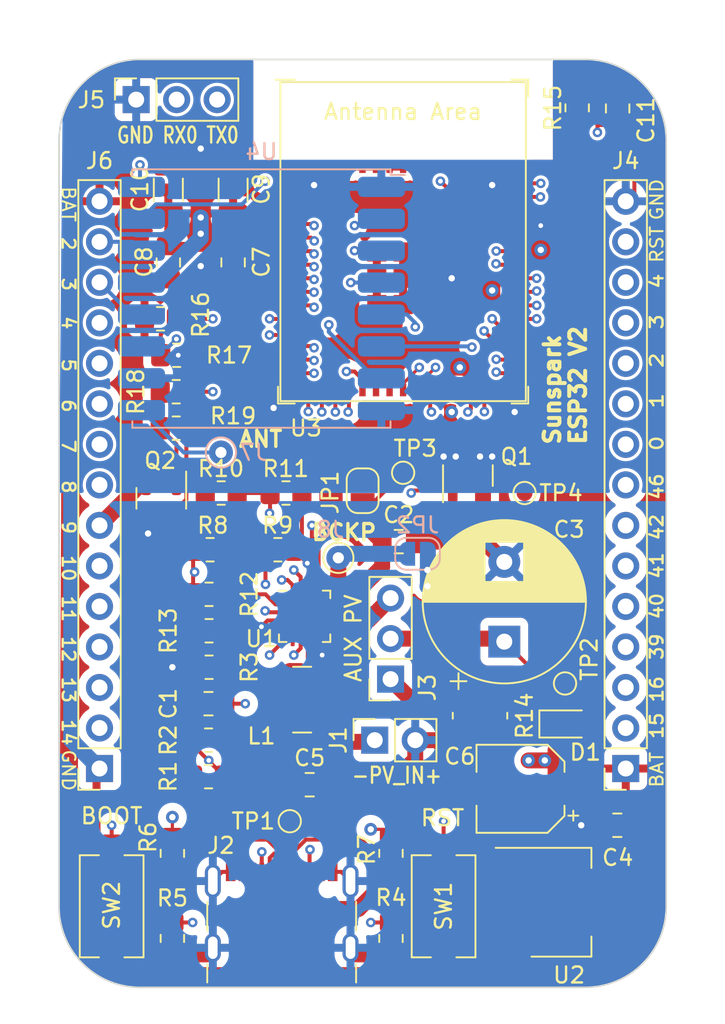
<source format=kicad_pcb>
(kicad_pcb (version 20221018) (generator pcbnew)
  (title_block (title "SunSparkESP32") (date "2023-04-02") (rev "2.0"))
  (layers (0 "F.Cu" signal) (1 "In1.Cu" signal) (2 "In2.Cu" signal) (31 "B.Cu" signal) (34 "B.Paste" user) (35 "F.Paste" user) (36 "B.SilkS" user "B.Silkscreen") (37 "F.SilkS" user "F.Silkscreen") (38 "B.Mask" user) (39 "F.Mask" user) (44 "Edge.Cuts" user))
  (net 0 "")
  (net 1 "GND")
  (net 2 "Net-(U1-CBP)")
  (net 3 "rst_btn")
  (net 4 "VBUS")
  (net 5 "V_AUX")
  (net 6 "+BATT")
  (net 7 "Net-(J1-Pin_1)")
  (net 8 "Net-(J3-Pin_2)")
  (net 9 "Net-(J4-Pin_3)")
  (net 10 "Net-(J6-Pin_2)")
  (net 11 "Net-(J6-Pin_8)")
  (net 12 "Net-(J6-Pin_9)")
  (net 13 "Net-(J6-Pin_10)")
  (net 14 "Net-(J6-Pin_11)")
  (net 15 "/DIO4")
  (net 16 "/DIO0")
  (net 17 "/DIO5")
  (net 18 "Net-(J3-Pin_3)")
  (net 19 "Net-(J4-Pin_4)")
  (net 20 "Net-(J4-Pin_5)")
  (net 21 "Net-(J4-Pin_6)")
  (net 22 "AUX_SW")
  (net 23 "Net-(J4-Pin_8)")
  (net 24 "Net-(J4-Pin_2)")
  (net 25 "/IO0")
  (net 26 "/IO1")
  (net 27 "/IO2")
  (net 28 "/IO3")
  (net 29 "/IO4")
  (net 30 "Net-(J5-Pin_3)")
  (net 31 "PGOOD")
  (net 32 "Net-(J5-Pin_2)")
  (net 33 "Net-(U1-SW)")
  (net 34 "Net-(U1-MPPT)")
  (net 35 "Net-(U1-MINOP)")
  (net 36 "Net-(U1-REF)")
  (net 37 "Net-(U1-TERM)")
  (net 38 "USB_DN")
  (net 39 "USB_DP")
  (net 40 "ADC_BAT")
  (net 41 "boot_btn")
  (net 42 "Net-(U1-SETPG)")
  (net 43 "Net-(U1-SETSD)")
  (net 48 "Net-(JP1-A)")
  (net 49 "Net-(J2-CC1)")
  (net 50 "Net-(J2-D+-PadA6)")
  (net 51 "Net-(J2-D--PadA7)")
  (net 53 "Net-(J2-CC2)")
  (net 55 "/DIO1")
  (net 56 "GND1")
  (net 57 "Net-(Q2-G)")
  (net 58 "AUX_SW_CTRL")
  (net 59 "Net-(J4-Pin_7)")
  (net 60 "MISO")
  (net 61 "SCLK")
  (net 62 "MOSI")
  (net 63 "CS0")
  (net 64 "Net-(J7-Pin_1)")
  (net 65 "DIO2")
  (net 66 "DIO3")
  (net 67 "Net-(D1-A)")
  (net 68 "Net-(D1-K)")
  (net 69 "BCKP")
  (footprint "Capacitor_SMD:C_0805_2012Metric_Pad1.18x1.45mm_HandSolder" (layer "F.Cu") (at 67.7965 84.836)
    (fp_text reference "C5")
    (fp_text value "4µ7")
  )
  (footprint "Inductor_SMD:L_Coilcraft_LPS4018" (layer "F.Cu") (at 67.323 79.502)
    (fp_text reference "L1")
    (fp_text value "22µ")
  )
  (footprint "Package_CSP:LFCSP-16-1EP_3x3mm_P0.5mm_EP1.7x1.7mm" (layer "F.Cu") (at 67.481 74.277)
    (fp_text reference "U1")
    (fp_text value "ADP5090ACP")
  )
  (footprint "Resistor_SMD:R_0805_2012Metric_Pad1.20x1.40mm_HandSolder" (layer "F.Cu") (at 59.42 60.198 180)
    (fp_text reference "R18")
    (fp_text value "20k")
  )
  (footprint "Capacitor_SMD:C_0805_2012Metric_Pad1.18x1.45mm_HandSolder" (layer "F.Cu") (at 87.1005 87.376 180)
    (fp_text reference "C4")
    (fp_text value "10n")
  )
  (footprint "Resistor_SMD:R_0805_2012Metric_Pad1.20x1.40mm_HandSolder" (layer "F.Cu") (at 59.182 89.138 90)
    (fp_text reference "R6")
    (fp_text value "22R")
  )
  (footprint "Resistor_SMD:R_0612_1632Metric" (layer "F.Cu") (at 78.486 80.506 90)
    (fp_text reference "R14")
    (fp_text value "6R8")
  )
  (footprint "Resistor_SMD:R_0805_2012Metric_Pad1.20x1.40mm_HandSolder" (layer "F.Cu") (at 61.484 72.898)
    (fp_text reference "R12")
    (fp_text value "3.92M")
  )
  (footprint "Resistor_SMD:R_0805_2012Metric_Pad1.20x1.40mm_HandSolder" (layer "F.Cu") (at 59.452 57.912)
    (fp_text reference "R17")
    (fp_text value "13M")
  )
  (footprint "Capacitor_SMD:CP_Elec_5x3" (layer "F.Cu") (at 81.026 85.09 180)
    (fp_text reference "C6")
    (fp_text value "47µ")
  )
  (footprint "TestPoint:TestPoint_Pad_D1.0mm" (layer "F.Cu") (at 73.66 65.278)
    (fp_text reference "TP3")
    (fp_text value "TestPoint")
  )
  (footprint "Resistor_SMD:R_0805_2012Metric_Pad1.20x1.40mm_HandSolder" (layer "F.Cu") (at 65.802 70.104)
    (fp_text reference "R9")
    (fp_text value "5.23M")
  )
  (footprint "Capacitor_SMD:C_0805_2012Metric_Pad1.18x1.45mm_HandSolder" (layer "F.Cu") (at 58.928 52.0915 -90)
    (fp_text reference "C8")
    (fp_text value "100n")
  )
  (footprint "Resistor_SMD:R_0805_2012Metric_Pad1.20x1.40mm_HandSolder" (layer "F.Cu") (at 61.548 70.104)
    (fp_text reference "R8")
    (fp_text value "4.87M")
  )
  (footprint "Espressif:ESP32-S2-MINI-1" (layer "F.Cu") (at 73.66 53.086)
    (fp_text reference "U3")
    (fp_text value "ESP32-S2-MINI-1")
  )
  (footprint "Button_Switch_SMD:SW_Tactile_SPST_NO_Straight_CK_PTS636Sx25SMTRLFS" (layer "F.Cu") (at 55.372 92.456 90)
    (fp_text reference "SW2")
    (fp_text value "SW_Push")
  )
  (footprint "Resistor_SMD:R_0805_2012Metric_Pad1.20x1.40mm_HandSolder" (layer "F.Cu") (at 84.582 42.402 90)
    (fp_text reference "R15")
    (fp_text value "10k")
  )
  (footprint "Connector_USB:USB_C_Receptacle_GCT_USB4105-xx-A_16P_TopMnt_Horizontal" (layer "F.Cu") (at 66.04 93.98)
    (fp_text reference "J2")
    (fp_text value "USB_C_Receptacle_USB2.0")
  )
  (footprint "Connector_PinSocket_2.54mm:PinSocket_1x03_P2.54mm_Vertical" (layer "F.Cu") (at 56.911 41.885 90)
    (fp_text reference "J5")
    (fp_text value "Conn_01x03_Pin")
  )
  (footprint "Resistor_SMD:R_0805_2012Metric_Pad1.20x1.40mm_HandSolder" (layer "F.Cu") (at 59.42 62.484)
    (fp_text reference "R19")
    (fp_text value "20k")
  )
  (footprint "Button_Switch_SMD:SW_Tactile_SPST_NO_Straight_CK_PTS636Sx25SMTRLFS" (layer "F.Cu") (at 76.2 92.456 90)
    (fp_text reference "SW1")
    (fp_text value "SW_Push")
  )
  (footprint "Resistor_SMD:R_0805_2012Metric_Pad1.20x1.40mm_HandSolder" (layer "F.Cu") (at 59.182 94.472 90)
    (fp_text reference "R5")
    (fp_text value "5.1k")
  )
  (footprint "Resistor_SMD:R_0805_2012Metric_Pad1.20x1.40mm_HandSolder" (layer "F.Cu") (at 72.898 94.472 90)
    (fp_text reference "R4")
    (fp_text value "5.1k")
  )
  (footprint "Package_TO_SOT_SMD:SOT-23" (layer "F.Cu") (at 77.724 65.4535 90)
    (fp_text reference "Q1")
    (fp_text value "IRLML6244TRPBF")
  )
  (footprint "Capacitor_SMD:C_1206_3216Metric" (layer "F.Cu") (at 62.992 47.547 90)
    (fp_text reference "C9")
    (fp_text value "22µ")
  )
  (footprint "Jumper:SolderJumper-2_P1.3mm_Open_RoundedPad1.0x1.5mm" (layer "F.Cu") (at 71.12 66.406 90)
    (fp_text reference "JP1")
    (fp_text value "SolderJumper_2_Open")
  )
  (footprint "Resistor_SMD:R_0805_2012Metric_Pad1.20x1.40mm_HandSolder" (layer "F.Cu") (at 61.452 84.328 180)
    (fp_text reference "R1")
    (fp_text value "13M")
  )
  (footprint "Capacitor_SMD:C_0805_2012Metric_Pad1.18x1.45mm_HandSolder" (layer "F.Cu") (at 73.3845 69.596)
    (fp_text reference "C2")
    (fp_text value "4µ7")
  )
  (footprint "Connector_PinSocket_2.54mm:PinSocket_1x02_P2.54mm_Vertical" (layer "F.Cu") (at 71.882 82.042 90)
    (fp_text reference "J1")
    (fp_text value "Conn_01x02_Pin")
  )
  (footprint "Capacitor_SMD:C_0805_2012Metric_Pad1.18x1.45mm_HandSolder" (layer "F.Cu") (at 61.4465 79.756 180)
    (fp_text reference "C1")
    (fp_text value "10n")
  )
  (footprint "Resistor_SMD:R_0805_2012Metric_Pad1.20x1.40mm_HandSolder" (layer "F.Cu") (at 66.31 66.548)
    (fp_text reference "R11")
    (fp_text value "3.92M")
  )
  (footprint "Resistor_SMD:R_0805_2012Metric_Pad1.20x1.40mm_HandSolder" (layer "F.Cu") (at 62.246 66.548)
    (fp_text reference "R10")
    (fp_text value "6.04M")
  )
  (footprint "Capacitor_SMD:C_1206_3216Metric" (layer "F.Cu") (at 58.928 47.547 90)
    (fp_text reference "C10")
    (fp_text value "22µ")
  )
  (footprint "TestPoint:TestPoint_THTPad_D1.5mm_Drill0.7mm" (layer "F.Cu") (at 69.596 70.612)
    (fp_text reference "J8")
    (fp_text value "Conn_01x01_Pin")
  )
  (footprint "Package_TO_SOT_SMD:SOT-23" (layer "F.Cu") (at 58.486 66.8805 -90)
    (fp_text reference "Q2")
    (fp_text value "IRLML6244TRPBF")
  )
  (footprint "Connector_PinSocket_2.54mm:PinSocket_1x15_P2.54mm_Vertical" (layer "F.Cu") (at 87.63 83.82 180)
    (fp_text reference "J4")
    (fp_text value "Conn_01x15_Pin")
  )
  (footprint "Diode_SMD:D_SOD-323" (layer "F.Cu") (at 83.82 81.026)
    (fp_text reference "D1")
    (fp_text value "D_Schottky")
  )
  (footprint "Resistor_SMD:R_0805_2012Metric_Pad1.20x1.40mm_HandSolder" (layer "F.Cu") (at 72.898 89.138 90)
    (fp_text reference "R7")
    (fp_text value "22R")
  )
  (footprint "Package_TO_SOT_SMD:SOT-223-3_TabPin2" (layer "F.Cu") (at 83.566 92.202)
    (fp_text reference "U2")
    (fp_text value "AMS1117-3.3")
  )
  (footprint "Capacitor_SMD:C_0805_2012Metric_Pad1.18x1.45mm_HandSolder" (layer "F.Cu") (at 87.122 42.4395 90)
    (fp_text reference "C11")
    (fp_text value "100n")
  )
  (footprint "Resistor_SMD:R_0805_2012Metric_Pad1.20x1.40mm_HandSolder" (layer "F.Cu") (at 61.484 75.184 180)
    (fp_text reference "R13")
    (fp_text value "6.04M")
  )
  (footprint "Resistor_SMD:R_0805_2012Metric_Pad1.20x1.40mm_HandSolder" (layer "F.Cu") (at 61.484 77.47 180)
    (fp_text reference "R3")
    (fp_text value "20k")
  )
  (footprint "TestPoint:TestPoint_Pad_D1.0mm" (layer "F.Cu") (at 81.28 66.548)
    (fp_text reference "TP4")
    (fp_text value "TestPoint")
  )
  (footprint "Resistor_SMD:R_0805_2012Metric_Pad1.20x1.40mm_HandSolder" (layer "F.Cu") (at 58.436 55.626)
    (fp_text reference "R16")
    (fp_text value "1.4M")
  )
  (footprint "Capacitor_THT:CP_Radial_D10.0mm_P5.00mm" (layer "F.Cu") (at 80.01 75.866 90)
    (fp_text reference "C3")
    (fp_text value "50F")
  )
  (footprint "TestPoint:TestPoint_Pad_D1.0mm" (layer "F.Cu") (at 83.82 78.486)
    (fp_text reference "TP2")
    (fp_text value "TestPoint")
  )
  (footprint "Resistor_SMD:R_0805_2012Metric_Pad1.20x1.40mm_HandSolder" (layer "F.Cu") (at 61.452 82.042 180)
    (fp_text reference "R2")
    (fp_text value "6.34M")
  )
  (footprint "Connector_PinSocket_2.54mm:PinSocket_1x15_P2.54mm_Vertical" (layer "F.Cu") (at 54.61 83.82 180)
    (fp_text reference "J6")
    (fp_text value "Conn_01x15_Pin")
  )
  (footprint "Connector_PinSocket_2.54mm:PinSocket_1x03_P2.54mm_Vertical" (layer "F.Cu") (at 72.873 78.217 180)
    (fp_text reference "J3")
    (fp_text value "Conn_01x03_Pin")
  )
  (footprint "Capacitor_SMD:C_0805_2012Metric_Pad1.18x1.45mm_HandSolder" (layer "F.Cu") (at 62.992 52.0915 -90)
    (fp_text reference "C7")
    (fp_text value "100n")
  )
  (footprint "TestPoint:TestPoint_Pad_D1.0mm" (layer "F.Cu") (at 66.548 87.122)
    (fp_text reference "TP1")
    (fp_text value "TestPoint")
  )
  (footprint "Jumper:SolderJumper-2_P1.3mm_Open_RoundedPad1.0x1.5mm" (layer "B.Cu") (at 74.564 70.358 180)
    (fp_text reference "JP2")
    (fp_text value "SolderJumper_2_Open")
  )
  (footprint "TestPoint:TestPoint_THTPad_D1.5mm_Drill0.7mm" (layer "B.Cu") (at 62.23 64.008 180)
    (fp_text reference "J7")
    (fp_text value "Conn_01x01_Pin")
  )
  (footprint "RF_Module:HOPERF_RFM9XW_SMD" (layer "B.Cu") (at 64.77 54.356 180)
    (fp_text reference "U4")
    (fp_text value "RFM96W-433S2")
  )
  (gr_arc (start 85.09 39.37) (mid 88.682102 40.857898) (end 90.17 44.45) (stroke (width 0.1)) (layer "Edge.Cuts"))
  (gr_arc (start 57.15 97.536) (mid 53.557898 96.048102) (end 52.07 92.456) (stroke (width 0.1)) (layer "Edge.Cuts"))
  (gr_arc (start 52.07 44.45) (mid 53.557898 40.857898) (end 57.15 39.37) (stroke (width 0.1)) (layer "Edge.Cuts"))
  (gr_arc (start 90.17 92.456) (mid 88.682102 96.048102) (end 85.09 97.536) (stroke (width 0.1)) (layer "Edge.Cuts"))
  (gr_line (start 90.17 44.45) (end 90.17 92.456) (stroke (width 0.1)) (layer "Edge.Cuts"))
  (gr_line (start 52.07 92.456) (end 52.07 44.45) (stroke (width 0.1)) (layer "Edge.Cuts"))
  (gr_line (start 85.09 97.536) (end 57.15 97.536) (stroke (width 0.1)) (layer "Edge.Cuts"))
  (gr_line (start 57.15 39.37) (end 85.09 39.37) (stroke (width 0.1)) (layer "Edge.Cuts"))
  (gr_text "ANT" (at 63.246 63.754) (layer "F.SilkS") (effects (font (size 1 1) (thickness 0.2125) bold) (justify left bottom)))
  (gr_text "11" (at 52.197 72.898 270) (layer "F.SilkS") (effects (font (size 0.8 0.85)) (justify left bottom)))
  (gr_text "6" (at 52.197 60.579 -90) (layer "F.SilkS") (effects (font (size 0.8 0.85)) (justify left bottom)))
  (gr_text "2" (at 52.197 50.419 -90) (layer "F.SilkS") (effects (font (size 0.8 0.85)) (justify left bottom)))
  (gr_text "15" (at 90.043 82.042 90) (layer "F.SilkS") (effects (font (size 0.8 0.85)) (justify left bottom)))
  (gr_text "-PV_IN+" (at 70.358 84.836) (layer "F.SilkS") (effects (font (size 1 0.85)) (justify left bottom)))
  (gr_text "16" (at 90.043 79.756 90) (layer "F.SilkS") (effects (font (size 0.8 0.85)) (justify left bottom)))
  (gr_text "42" (at 90.043 69.596 90) (layer "F.SilkS") (effects (font (size 0.8 0.85)) (justify left bottom)))
  (gr_text "AUX PV" (at 71.12 78.486 90) (layer "F.SilkS") (effects (font (size 1 1)) (justify left bottom)))
  (gr_text "10" (at 52.197 70.358 270) (layer "F.SilkS") (effects (font (size 0.8 0.85)) (justify left bottom)))
  (gr_text "GND" (at 90.043 49.53 90) (layer "F.SilkS") (effects (font (size 0.8 0.85) (thickness 0.125)) (justify left bottom)))
  (gr_text "BAT" (at 90.043 85.09 90) (layer "F.SilkS") (effects (font (size 0.8 0.85) (thickness 0.125)) (justify left bottom)))
  (gr_text "40" (at 90.043 74.549 90) (layer "F.SilkS") (effects (font (size 0.8 0.85)) (justify left bottom)))
  (gr_text "46" (at 90.043 67.056 90) (layer "F.SilkS") (effects (font (size 0.8 0.85)) (justify left bottom)))
  (gr_text "13" (at 52.197 77.978 270) (layer "F.SilkS") (effects (font (size 0.8 0.85)) (justify left bottom)))
  (gr_text "4" (at 52.197 55.372 270) (layer "F.SilkS") (effects (font (size 0.8 0.85)) (justify left bottom)))
  (gr_text "0" (at 90.043 64.008 90) (layer "F.SilkS") (effects (font (size 0.8 1)) (justify left bottom)))
  (gr_text "41" (at 90.043 72.009 90) (layer "F.SilkS") (effects (font (size 0.8 0.85)) (justify left bottom)))
  (gr_text "RST" (at 74.676 87.503) (layer "F.SilkS") (effects (font (size 1 1)) (justify left bottom)))
  (gr_text "12" (at 52.197 75.438 270) (layer "F.SilkS") (effects (font (size 0.8 0.85)) (justify left bottom)))
  (gr_text "39" (at 90.043 77.089 90) (layer "F.SilkS") (effects (font (size 0.8 0.85)) (justify left bottom)))
  (gr_text "GND RX0 TX0  " (at 55.626 44.704) (layer "F.SilkS") (effects (font (size 1 0.75)) (justify left bottom)))
  (gr_text "14" (at 52.197 80.645 270) (layer "F.SilkS") (effects (font (size 0.8 0.85)) (justify left bottom)))
  (gr_text "3" (at 90.043 56.388 90) (layer "F.SilkS") (effects (font (size 0.8 1)) (justify left bottom)))
  (gr_text "BOOT" (at 53.34 87.376) (layer "F.SilkS") (effects (font (size 1 1)) (justify left bottom)))
  (gr_text "8" (at 52.197 65.659 -90) (layer "F.SilkS") (effects (font (size 0.8 0.85)) (justify left bottom)))
  (gr_text "BAT" (at 52.197 47.244 -90) (layer "F.SilkS") (effects (font (size 0.8 0.85) (thickness 0.125)) (justify left bottom)))
  (gr_text "GND" (at 52.197 82.55 270) (layer "F.SilkS") (effects (font (size 0.8 0.85) (thickness 0.125)) (justify left bottom)))
  (gr_text "9" (at 52.197 68.199 -90) (layer "F.SilkS") (effects (font (size 0.8 0.85)) (justify left bottom)))
  (gr_text "BCKP" (at 67.818 69.596) (layer "F.SilkS") (effects (font (size 1 1) (thickness 0.2125) bold) (justify left bottom)))
  (gr_text "2" (at 90.043 58.801 90) (layer "F.SilkS") (effects (font (size 0.8 1)) (justify left bottom)))
  (gr_text "1" (at 90.043 61.341 90) (layer "F.SilkS") (effects (font (size 0.8 1)) (justify left bottom)))
  (gr_text "4" (at 90.043 53.848 90) (layer "F.SilkS") (effects (font (size 0.8 1)) (justify left bottom)))
  (gr_text "5" (at 52.197 58.039 -90) (layer "F.SilkS") (effects (font (size 0.8 0.85)) (justify left bottom)))
  (gr_text "RST" (at 90.043 52.197 90) (layer "F.SilkS") (effects (font (size 0.8 0.85) (thickness 0.125)) (justify left bottom)))
  (gr_text "3" (at 52.197 52.959 -90) (layer "F.SilkS") (effects (font (size 0.8 0.85)) (justify left bottom)))
  (gr_text "Sunspark\nESP32 V2" (at 85.217 63.627 90) (layer "F.SilkS") (effects (font (size 1 1) (thickness 0.25) bold) (justify left bottom)))
  (gr_text "7" (at 52.197 63.119 -90) (layer "F.SilkS") (effects (font (size 0.8 0.85)) (justify left bottom)))
  (segment (start 59.182 95.472) (end 61.303 95.472) (width 1) (layer "F.Cu") (net 1))
  (segment (start 74.422 69.596) (end 78.608 69.596) (width 1) (layer "F.Cu") (net 1))
  (segment (start 69.785 90.3) (end 70.36 90.875) (width 0.25) (layer "F.Cu") (net 1))
  (segment (start 67.31 69.596) (end 66.802 70.104) (width 0.25) (layer "F.Cu") (net 1))
  (segment (start 65.981 74.527) (end 65.969 74.539) (width 0.25) (layer "F.Cu") (net 1))
  (segment (start 62.295 90.3) (end 61.72 90.875) (width 0.25) (layer "F.Cu") (net 1))
  (segment (start 60.061 62.843) (end 60.061 66.939) (width 0.25) (layer "F.Cu") (net 1))
  (segment (start 59.402 83.278) (end 60.452 84.328) (width 0.5) (layer "F.Cu") (net 1))
  (segment (start 67.731 71.033) (end 67.731 72.777) (width 0.25) (layer "F.Cu") (net 1))
  (segment (start 60.061 66.939) (end 59.182 67.818) (width 0.25) (layer "F.Cu") (net 1))
  (segment (start 58.486 68.26) (end 57.658 69.088) (width 1) (layer "F.Cu") (net 1))
  (segment (start 61.303 95.472) (end 61.72 95.055) (width 1) (layer "F.Cu") (net 1))
  (segment (start 67.6475 70.9495) (end 67.731 71.033) (width 0.25) (layer "F.Cu") (net 1))
  (segment (start 68.231 75.027) (end 67.481 74.277) (width 0.25) (layer "F.Cu") (net 1))
  (segment (start 67.731 74.027) (end 67.481 74.277) (width 0.25) (layer "F.Cu") (net 1))
  (segment (start 72.898 95.472) (end 70.777 95.472) (width 1) (layer "F.Cu") (net 1))
  (segment (start 74.422 82.042) (end 75.778 82.042) (width 1) (layer "F.Cu") (net 1))
  (segment (start 67.6475 70.9495) (end 66.802 70.104) (width 0.25) (layer "F.Cu") (net 1))
  (segment (start 68.231 75.777) (end 68.231 76.359) (width 0.25) (layer "F.Cu") (net 1))
  (segment (start 78.674 66.391) (end 78.674 69.53) (width 1) (layer "F.Cu") (net 1))
  (segment (start 68.231 76.359) (end 68.58 76.708) (width 0.25) (layer "F.Cu") (net 1))
  (segment (start 60.409 79.756) (end 59.402 80.763) (width 0.5) (layer "F.Cu") (net 1))
  (segment (start 60.484 79.681) (end 60.409 79.756) (width 0.5) (layer "F.Cu") (net 1))
  (segment (start 65.969 74.539) (end 65.161 74.539) (width 0.25) (layer "F.Cu") (net 1))
  (segment (start 67.231 74.527) (end 67.481 74.277) (width 0.25) (layer "F.Cu") (net 1))
  (segment (start 74.422 83.244081) (end 74.422 82.042) (width 1) (layer "F.Cu") (net 1))
  (segment (start 70.777 95.472) (end 70.36 95.055) (width 1) (layer "F.Cu") (net 1))
  (segment (start 69.24 90.3) (end 69.785 90.3) (width 0.25) (layer "F.Cu") (net 1))
  (segment (start 60.484 77.47) (end 59.182 77.47) (width 0.5) (layer "F.Cu") (net 1))
  (segment (start 59.182 67.818) (end 58.486 67.818) (width 0.25) (layer "F.Cu") (net 1))
  (segment (start 75.778 82.042) (end 78.826 85.09) (width 1) (layer "F.Cu") (net 1))
  (segment (start 78.826 88.312) (end 80.416 89.902) (width 1) (layer "F.Cu") (net 1))
  (segment (start 59.402 80.763) (end 59.402 83.278) (width 0.5) (layer "F.Cu") (net 1))
  (segment (start 78.674 69.53) (end 80.01 70.866) (width 1) (layer "F.Cu") (net 1))
  (segment (start 86.063 87.376) (end 84.836 87.376) (width 1) (layer "F.Cu") (net 1))
  (segment (start 67.31 66.548) (end 67.31 69.596) (width 0.25) (layer "F.Cu") (net 1))
  (segment (start 65.161 74.539) (end 64.77 74.93) (width 0.25) (layer "F.Cu") (net 1))
  (segment (start 60.484 75.184) (end 60.484 79.681) (width 0.5) (layer "F.Cu") (net 1))
  (segment (start 72.322081 85.344) (end 74.422 83.244081) (width 1) (layer "F.Cu") (net 1))
  (segment (start 60.42 62.484) (end 60.061 62.843) (width 0.25) (layer "F.Cu") (net 1))
  (segment (start 65.981 74.527) (end 67.231 74.527) (width 0.25) (layer "F.Cu") (net 1))
  (segment (start 68.231 75.777) (end 68.231 75.027) (width 0.25) (layer "F.Cu") (net 1))
  (segment (start 62.84 90.3) (end 62.295 90.3) (width 0.25) (layer "F.Cu") (net 1))
  (segment (start 68.834 85.344) (end 72.322081 85.344) (width 1) (layer "F.Cu") (net 1))
  (segment (start 58.486 67.818) (end 58.486 68.26) (width 1) (layer "F.Cu") (net 1))
  (segment (start 78.608 69.596) (end 78.674 69.53) (width 1) (layer "F.Cu") (net 1))
  (segment (start 78.826 85.09) (end 78.826 88.312) (width 1) (layer "F.Cu") (net 1))
  (segment (start 67.731 72.777) (end 67.731 74.027) (width 0.25) (layer "F.Cu") (net 1))
  (via (at 57.658 69.088) (size 0.8) (drill 0.4) (layers "F.Cu" "B.Cu") (net 1))
  (via (at 84.836 87.376) (size 0.8) (drill 0.4) (layers "F.Cu" "B.Cu") (net 1))
  (via (at 68.58 76.708) (size 0.6) (drill 0.3) (layers "F.Cu" "B.Cu") (net 1))
  (via (at 59.182 77.47) (size 0.8) (drill 0.4) (layers "F.Cu" "B.Cu") (net 1))
  (via (at 64.77 74.93) (size 0.6) (drill 0.3) (layers "F.Cu" "B.Cu") (net 1))
  (via (at 67.6475 70.9495) (size 0.6) (drill 0.3) (layers "F.Cu" "B.Cu") (net 1))
  (segment (start 67.231 76.279) (end 66.802 76.708) (width 0.25) (layer "F.Cu") (net 2))
  (segment (start 67.231 75.777) (end 67.231 76.279) (width 0.25) (layer "F.Cu") (net 2))
  (segment (start 63.754 79.756) (end 62.484 79.756) (width 0.25) (layer "F.Cu") (net 2))
  (via (at 63.754 79.756) (size 0.6) (drill 0.3) (layers "F.Cu" "B.Cu") (net 2))
  (via (at 66.802 76.708) (size 0.6) (drill 0.3) (layers "F.Cu" "B.Cu") (net 2))
  (segment (start 85.895 43.477) (end 85.852 43.434) (width 0.25) (layer "F.Cu") (net 3))
  (segment (start 85.852 42.672) (end 85.852 43.434) (width 0.25) (layer "F.Cu") (net 3))
  (segment (start 85.852 43.434) (end 85.852 43.942) (width 0.25) (layer "F.Cu") (net 3))
  (segment (start 87.122 43.477) (end 85.895 43.477) (width 0.25) (layer "F.Cu") (net 3))
  (segment (start 82.296 47.136) (end 80.66 47.136) (width 0.25) (layer "F.Cu") (net 3))
  (segment (start 84.582 41.402) (end 85.852 42.672) (width 0.25) (layer "F.Cu") (net 3))
  (segment (start 76.2 88.581) (end 76.2 87.122) (width 0.25) (layer "F.Cu") (net 3))
  (via (at 76.2 87.122) (size 0.6) (drill 0.3) (layers "F.Cu" "B.Cu") (net 3))
  (via (at 82.296 47.136) (size 0.6) (drill 0.3) (layers "F.Cu" "B.Cu") (net 3))
  (via (at 85.852 43.942) (size 0.6) (drill 0.3) (layers "F.Cu" "B.Cu") (net 3))
  (via (at 77.978 57.404) (size 0.6) (drill 0.3) (layers "F.Cu" "B.Cu") (net 3))
  (segment (start 72.295 57.356) (end 77.93 57.356) (width 0.25) (layer "B.Cu") (net 3))
  (segment (start 77.93 57.356) (end 77.978 57.404) (width 0.25) (layer "B.Cu") (net 3))
  (segment (start 64.966949 92.202) (end 67.113051 92.202) (width 0.25) (layer "F.Cu") (net 4))
  (segment (start 76.071503 94.502) (end 73.009503 91.44) (width 1) (layer "F.Cu") (net 4))
  (segment (start 63.64 90.3) (end 63.64 90.875051) (width 0.25) (layer "F.Cu") (net 4))
  (segment (start 88.138 87.376) (end 88.138 87.884) (width 1) (layer "F.Cu") (net 4))
  (segment (start 73.009503 91.44) (end 72.042056 91.44) (width 1) (layer "F.Cu") (net 4))
  (segment (start 70.857056 92.625) (end 67.536051 92.625) (width 1) (layer "F.Cu") (net 4))
  (segment (start 68.44 90.875051) (end 68.44 90.3) (width 0.25) (layer "F.Cu") (net 4))
  (segment (start 80.716 94.802) (end 80.416 94.502) (width 1) (layer "F.Cu") (net 4))
  (segment (start 88.416 88.162) (end 88.416 94.802) (width 1) (layer "F.Cu") (net 4))
  (segment (start 88.138 87.884) (end 88.416 88.162) (width 1) (layer "F.Cu") (net 4))
  (segment (start 63.64 90.875051) (end 64.966949 92.202) (width 0.25) (layer "F.Cu") (net 4))
  (segment (start 80.416 94.502) (end 76.071503 94.502) (width 1) (layer "F.Cu") (net 4))
  (segment (start 67.425051 91.89) (end 68.44 90.875051) (width 0.25) (layer "F.Cu") (net 4))
  (segment (start 67.536051 92.625) (end 67.113051 92.202) (width 1) (layer "F.Cu") (net 4))
  (segment (start 67.113051 92.202) (end 67.425051 91.89) (width 0.25) (layer "F.Cu") (net 4))
  (segment (start 72.042056 91.44) (end 70.857056 92.625) (width 1) (layer "F.Cu") (net 4))
  (segment (start 88.416 94.802) (end 80.716 94.802) (width 1) (layer "F.Cu") (net 4))
  (segment (start 78.486 79.756) (end 74.412 79.756) (width 1) (layer "F.Cu") (net 5))
  (segment (start 74.412 79.756) (end 72.873 78.217) (width 1) (layer "F.Cu") (net 5))
  (via (at 77.216 58.674) (size 0.8) (drill 0.4) (layers "F.Cu" "B.Cu") (net 6))
  (via (at 60.96 50.292) (size 0.8) (drill 0.4) (layers "F.Cu" "B.Cu") (net 6))
  (via (at 60.96 49.276) (size 0.8) (drill 0.4) (layers "F.Cu" "B.Cu") (net 6))
  (via (at 76.708 61.468) (size 0.8) (drill 0.4) (layers "F.Cu" "B.Cu") (net 6))
  (via (at 82.296 51.308) (size 0.8) (drill 0.4) (layers "F.Cu" "B.Cu") (net 6))
  (via (at 79.248 53.848) (size 0.8) (drill 0.4) (layers "F.Cu" "B.Cu") (net 6))
  (segment (start 60.96 50.292) (end 60.96 50.554962) (width 1) (layer "B.Cu") (net 6))
  (segment (start 60.96 49.276) (end 60.96 50.292) (width 1) (layer "B.Cu") (net 6))
  (segment (start 60.96 50.554962) (end 58.158962 53.356) (width 1) (layer "B.Cu") (net 6))
  (segment (start 58.158962 53.356) (end 57.245 53.356) (width 1) (layer "B.Cu") (net 6))
  (segment (start 67.669 82.147) (end 65.558 80.036) (width 1) (layer "F.Cu") (net 7))
  (segment (start 66.548 87.122) (end 66.548 85.047) (width 0.25) (layer "F.Cu") (net 7))
  (segment (start 65.786 79.73) (end 65.558 79.502) (width 1) (layer "F.Cu") (net 7))
  (segment (start 67.733 75.777) (end 67.681 75.829) (width 0.25) (layer "F.Cu") (net 7))
  (segment (start 67.681 77.243214) (end 67.216214 77.708) (width 0.25) (layer "F.Cu") (net 7))
  (segment (start 67.681 75.829) (end 67.681 77.243214) (width 0.25) (layer "F.Cu") (net 7))
  (segment (start 66.564 77.708) (end 67.216214 77.708) (width 1) (layer "F.Cu") (net 7))
  (segment (start 66.04 84.836) (end 65.786 84.582) (width 1) (layer "F.Cu") (net 7))
  (segment (start 65.786 84.582) (end 65.786 79.73) (width 1) (layer "F.Cu") (net 7))
  (segment (start 67.731 75.777) (end 67.733 75.777) (width 0.25) (layer "F.Cu") (net 7))
  (segment (start 62.452 82.042) (end 65.786 82.042) (width 0.25) (layer "F.Cu") (net 7))
  (segment (start 65.558 80.036) (end 65.558 79.502) (width 1) (layer "F.Cu") (net 7))
  (segment (start 71.882 82.042) (end 71.777 82.147) (width 1) (layer "F.Cu") (net 7))
  (segment (start 65.558 78.714) (end 66.564 77.708) (width 1) (layer "F.Cu") (net 7))
  (segment (start 71.777 82.147) (end 67.669 82.147) (width 1) (layer "F.Cu") (net 7))
  (segment (start 65.558 79.502) (end 65.558 78.714) (width 1) (layer "F.Cu") (net 7))
  (segment (start 66.548 85.047) (end 66.759 84.836) (width 0.25) (layer "F.Cu") (net 7))
  (segment (start 66.759 84.836) (end 66.04 84.836) (width 1) (layer "F.Cu") (net 7))
  (segment (start 80.01 75.866) (end 82.63 78.486) (width 0.25) (layer "F.Cu") (net 8))
  (segment (start 72.873 75.677) (end 79.821 75.677) (width 1) (layer "F.Cu") (net 8))
  (segment (start 79.821 75.677) (end 80.01 75.866) (width 1) (layer "F.Cu") (net 8))
  (segment (start 82.63 78.486) (end 83.82 78.486) (width 0.25) (layer "F.Cu") (net 8))
  (segment (start 71.11 59.426) (end 71.11 60.086) (width 0.25) (layer "F.Cu") (net 9))
  (segment (start 70.612 58.928) (end 71.11 59.426) (width 0.25) (layer "F.Cu") (net 9))
  (segment (start 70.104 58.928) (end 70.612 58.928) (width 0.25) (layer "F.Cu") (net 9))
  (via (at 70.104 58.928) (size 0.6) (drill 0.3) (layers "F.Cu" "B.Cu") (net 9))
  (segment (start 69.41 61.468) (end 69.41 60.086) (width 0.25) (layer "F.Cu") (net 10))
  (via (at 69.41 61.468) (size 0.6) (drill 0.3) (layers "F.Cu" "B.Cu") (net 10))
  (segment (start 65.278 56.642) (end 66.504 56.642) (width 0.25) (layer "F.Cu") (net 11))
  (segment (start 66.504 56.642) (end 66.66 56.486) (width 0.25) (layer "F.Cu") (net 11))
  (via (at 65.278 56.642) (size 0.6) (drill 0.3) (layers "F.Cu" "B.Cu") (net 11))
  (segment (start 65.278 55.626) (end 65.288 55.636) (width 0.25) (layer "F.Cu") (net 12))
  (segment (start 65.288 55.636) (end 66.66 55.636) (width 0.25) (layer "F.Cu") (net 12))
  (via (at 65.278 55.626) (size 0.6) (drill 0.3) (layers "F.Cu" "B.Cu") (net 12))
  (segment (start 68.072 54.901503) (end 67.956497 54.786) (width 0.25) (layer "F.Cu") (net 13))
  (segment (start 67.956497 54.786) (end 66.66 54.786) (width 0.25) (layer "F.Cu") (net 13))
  (via (at 68.072 54.901503) (size 0.6) (drill 0.3) (layers "F.Cu" "B.Cu") (net 13))
  (segment (start 68.072 53.960509) (end 68.047491 53.936) (width 0.25) (layer "F.Cu") (net 14))
  (segment (start 68.047491 53.936) (end 66.66 53.936) (width 0.25) (layer "F.Cu") (net 14))
  (via (at 68.072 53.960509) (size 0.6) (drill 0.3) (layers "F.Cu" "B.Cu") (net 14))
  (segment (start 67.946497 52.236) (end 66.66 52.236) (width 0.25) (layer "F.Cu") (net 15))
  (segment (start 68.072 52.361503) (end 67.946497 52.236) (width 0.25) (layer "F.Cu") (net 15))
  (via (at 68.072 52.361503) (size 0.6) (drill 0.3) (layers "F.Cu" "B.Cu") (net 15))
  (segment (start 57.245 55.356) (end 56.626 55.356) (width 0.25) (layer "B.Cu") (net 15))
  (segment (start 56.626 55.356) (end 54.61 53.34) (width 0.25) (layer "B.Cu") (net 15))
  (segment (start 68.072 51.562) (end 67.896 51.386) (width 0.25) (layer "F.Cu") (net 16))
  (segment (start 67.896 51.386) (end 66.66 51.386) (width 0.25) (layer "F.Cu") (net 16))
  (via (at 68.072 51.562) (size 0.6) (drill 0.3) (layers "F.Cu" "B.Cu") (net 16))
  (segment (start 56.689 50.8) (end 54.61 50.8) (width 0.25) (layer "B.Cu") (net 16))
  (segment (start 57.245 51.356) (end 56.689 50.8) (width 0.25) (layer "B.Cu") (net 16))
  (segment (start 67.996994 53.086) (end 66.66 53.086) (width 0.25) (layer "F.Cu") (net 17))
  (segment (start 68.072 53.161006) (end 67.996994 53.086) (width 0.25) (layer "F.Cu") (net 17))
  (via (at 69 56) (size 0.6) (drill 0.3) (layers "F.Cu" "B.Cu") (net 17))
  (via (at 68.072 53.161006) (size 0.6) (drill 0.3) (layers "F.Cu" "B.Cu") (net 17))
  (segment (start 69 56.455) (end 69 56) (width 0.25) (layer "B.Cu") (net 17))
  (segment (start 71.901 59.356) (end 69 56.455) (width 0.25) (layer "B.Cu") (net 17))
  (segment (start 72.295 59.356) (end 71.901 59.356) (width 0.25) (layer "B.Cu") (net 17))
  (segment (start 71.483 74.527) (end 70.612 74.527) (width 1) (layer "F.Cu") (net 18))
  (segment (start 72.873 73.137) (end 71.483 74.527) (width 1) (layer "F.Cu") (net 18))
  (segment (start 70.612 74.527) (end 68.981 74.527) (width 0.25) (layer "F.Cu") (net 18))
  (segment (start 82.042 55.626) (end 82.032 55.636) (width 0.25) (layer "F.Cu") (net 19))
  (segment (start 82.032 55.636) (end 80.66 55.636) (width 0.25) (layer "F.Cu") (net 19))
  (via (at 82.042 55.626) (size 0.6) (drill 0.3) (layers "F.Cu" "B.Cu") (net 19))
  (segment (start 82.042 54.786) (end 80.66 54.786) (width 0.25) (layer "F.Cu") (net 20))
  (via (at 82.042 54.786) (size 0.6) (drill 0.3) (layers "F.Cu" "B.Cu") (net 20))
  (segment (start 81.991503 53.936) (end 82.042 53.885503) (width 0.25) (layer "F.Cu") (net 21))
  (segment (start 80.66 53.936) (end 81.991503 53.936) (width 0.25) (layer "F.Cu") (net 21))
  (via (at 82.042 53.885503) (size 0.6) (drill 0.3) (layers "F.Cu" "B.Cu") (net 21))
  (segment (start 57.536 65.943) (end 57.247 65.943) (width 1) (layer "F.Cu") (net 22))
  (segment (start 57.247 65.943) (end 54.61 68.58) (width 1) (layer "F.Cu") (net 22))
  (segment (start 80.66 47.986) (end 82.276 47.986) (width 0.25) (layer "F.Cu") (net 23))
  (via (at 82.276 47.986) (size 0.6) (drill 0.3) (layers "F.Cu" "B.Cu") (net 23))
  (segment (start 70.26 61.417503) (end 70.26 60.086) (width 0.25) (layer "F.Cu") (net 24))
  (segment (start 70.209503 61.468) (end 70.26 61.417503) (width 0.25) (layer "F.Cu") (net 24))
  (via (at 70.209503 61.468) (size 0.6) (drill 0.3) (layers "F.Cu" "B.Cu") (net 24))
  (segment (start 75.36 61.39) (end 75.438 61.468) (width 0.25) (layer "F.Cu") (net 25))
  (segment (start 75.36 60.086) (end 75.36 61.39) (width 0.25) (layer "F.Cu") (net 25))
  (via (at 75.438 61.468) (size 0.6) (drill 0.3) (layers "F.Cu" "B.Cu") (net 25))
  (segment (start 77.91 60.086) (end 77.91 61.282) (width 0.25) (layer "F.Cu") (net 26))
  (segment (start 77.91 61.282) (end 77.724 61.468) (width 0.25) (layer "F.Cu") (net 26))
  (via (at 77.724 61.468) (size 0.6) (drill 0.3) (layers "F.Cu" "B.Cu") (net 26))
  (segment (start 78.76 61.448) (end 78.76 60.086) (width 0.25) (layer "F.Cu") (net 27))
  (via (at 78.76 61.448) (size 0.6) (drill 0.3) (layers "F.Cu" "B.Cu") (net 27))
  (segment (start 79.572497 59.036) (end 80.66 59.036) (width 0.25) (layer "F.Cu") (net 28))
  (segment (start 79.502 58.965503) (end 79.572497 59.036) (width 0.25) (layer "F.Cu") (net 28))
  (via (at 79.502 58.965503) (size 0.6) (drill 0.3) (layers "F.Cu" "B.Cu") (net 28))
  (segment (start 79.522 58.186) (end 79.502 58.166) (width 0.25) (layer "F.Cu") (net 29))
  (segment (start 80.66 58.186) (end 79.522 58.186) (width 0.25) (layer "F.Cu") (net 29))
  (via (at 79.502 58.166) (size 0.6) (drill 0.3) (layers "F.Cu" "B.Cu") (net 29))
  (segment (start 80.66 52.236) (end 79.545062 52.236) (width 0.25) (layer "F.Cu") (net 30))
  (segment (start 79.545062 52.236) (end 79.489416 52.180354) (width 0.25) (layer "F.Cu") (net 30))
  (via (at 79.489416 52.180354) (size 0.6) (drill 0.3) (layers "F.Cu" "B.Cu") (net 30))
  (segment (start 68.356 69.753173) (end 68.356 71.291884) (width 0.25) (layer "F.Cu") (net 31))
  (segment (start 67.9345 69.331673) (end 68.356 69.753173) (width 0.25) (layer "F.Cu") (net 31))
  (segment (start 81.28 66.548) (end 80.0605 65.3285) (width 0.25) (layer "F.Cu") (net 31))
  (segment (start 77.264749 66.391) (end 76.774 66.391) (width 0.25) (layer "F.Cu") (net 31))
  (segment (start 80.0605 65.3285) (end 78.327249 65.3285) (width 0.25) (layer "F.Cu") (net 31))
  (segment (start 74.325 66.391) (end 76.774 66.391) (width 0.25) (layer "F.Cu") (net 31))
  (segment (start 68.181 72.727) (end 68.231 72.777) (width 0.25) (layer "F.Cu") (net 31))
  (segment (start 74.168 66.548) (end 74.325 66.391) (width 0.25) (layer "F.Cu") (net 31))
  (segment (start 78.327249 65.3285) (end 77.264749 66.391) (width 0.25) (layer "F.Cu") (net 31))
  (segment (start 68.356 71.291884) (end 68.181 71.466884) (width 0.25) (layer "F.Cu") (net 31))
  (segment (start 68.181 71.466884) (end 68.181 72.727) (width 0.25) (layer "F.Cu") (net 31))
  (segment (start 67.9345 68.58) (end 67.9345 69.331673) (width 0.25) (layer "F.Cu") (net 31))
  (via (at 67.9345 68.58) (size 0.6) (drill 0.3) (layers "F.Cu" "B.Cu") (net 31))
  (via (at 74.168 66.548) (size 0.6) (drill 0.3) (layers "F.Cu" "B.Cu") (net 31))
  (segment (start 79.507128 51.386) (end 79.50208 51.380952) (width 0.25) (layer "F.Cu") (net 32))
  (segment (start 80.66 51.386) (end 79.507128 51.386) (width 0.25) (layer "F.Cu") (net 32))
  (via (at 79.50208 51.380952) (size 0.6) (drill 0.3) (layers "F.Cu" "B.Cu") (net 32))
  (segment (start 69.596 75.692) (end 69.596 75.642) (width 0.25) (layer "F.Cu") (net 33))
  (segment (start 69.85 78.74) (end 69.088 79.502) (width 1) (layer "F.Cu") (net 33))
  (segment (start 69.596 75.692) (end 69.85 75.946) (width 1) (layer "F.Cu") (net 33))
  (segment (start 69.85 75.946) (end 69.85 78.74) (width 1) (layer "F.Cu") (net 33))
  (segment (start 69.596 75.642) (end 68.981 75.027) (width 0.25) (layer "F.Cu") (net 33))
  (segment (start 60.452 82.328) (end 62.452 84.328) (width 0.25) (layer "F.Cu") (net 34))
  (segment (start 65.278 76.708) (end 66.209 75.777) (width 0.25) (layer "F.Cu") (net 34))
  (segment (start 66.209 75.777) (end 66.731 75.777) (width 0.25) (layer "F.Cu") (net 34))
  (segment (start 60.452 82.042) (end 60.452 82.328) (width 0.25) (layer "F.Cu") (net 34))
  (via (at 61.468 83.312) (size 0.6) (drill 0.3) (layers "F.Cu" "B.Cu") (net 34))
  (via (at 65.278 76.708) (size 0.6) (drill 0.3) (layers "F.Cu" "B.Cu") (net 34))
  (segment (start 63.246 77.47) (end 62.484 77.47) (width 0.25) (layer "F.Cu") (net 35))
  (segment (start 65.689 75.027) (end 63.246 77.47) (width 0.25) (layer "F.Cu") (net 35))
  (segment (start 65.981 75.027) (end 65.689 75.027) (width 0.25) (layer "F.Cu") (net 35))
  (segment (start 60.484 72.898) (end 60.484 70.168) (width 0.25) (layer "F.Cu") (net 36))
  (segment (start 61.246 66.548) (end 61.246 69.406) (width 0.25) (layer "F.Cu") (net 36))
  (segment (start 61.246 69.406) (end 60.548 70.104) (width 0.25) (layer "F.Cu") (net 36))
  (segment (start 66.802 71.374) (end 67.231 71.803) (width 0.25) (layer "F.Cu") (net 36))
  (segment (start 60.484 70.168) (end 60.548 70.104) (width 0.25) (layer "F.Cu") (net 36))
  (segment (start 67.231 71.803) (end 67.231 72.777) (width 0.25) (layer "F.Cu") (net 36))
  (via (at 66.802 71.374) (size 0.6) (drill 0.3) (layers "F.Cu" "B.Cu") (net 36))
  (via (at 60.578647 71.500647) (size 0.6) (drill 0.3) (layers "F.Cu" "B.Cu") (net 36))
  (segment (start 64.999576 73.935723) (end 65.090853 74.027) (width 0.25) (layer "F.Cu") (net 37))
  (segment (start 65.024 72.2735) (end 65.024 70.326) (width 0.25) (layer "F.Cu") (net 37))
  (segment (start 64.802 70.104) (end 62.548 70.104) (width 0.25) (layer "F.Cu") (net 37))
  (segment (start 65.090853 74.027) (end 65.981 74.027) (width 0.25) (layer "F.Cu") (net 37))
  (segment (start 65.024 70.326) (end 64.802 70.104) (width 0.25) (layer "F.Cu") (net 37))
  (via (at 65.024 72.2735) (size 0.6) (drill 0.3) (layers "F.Cu" "B.Cu") (net 37))
  (via (at 64.999576 73.935723) (size 0.6) (drill 0.3) (layers "F.Cu" "B.Cu") (net 37))
  (segment (start 59.182 88.138) (end 59.182 86.868) (width 0.2) (layer "F.Cu") (net 38))
  (segment (start 73.66 59.69) (end 73.66 60.086) (width 0.2) (layer "F.Cu") (net 38))
  (segment (start 74.676 58.674) (end 73.66 59.69) (width 0.2) (layer "F.Cu") (net 38))
  (via (at 59.182 86.868) (size 0.8) (drill 0.4) (layers "F.Cu" "B.Cu") (net 38))
  (via (at 74.676 58.674) (size 0.6) (drill 0.3) (layers "F.Cu" "B.Cu") (net 38))
  (segment (start 72.898 88.138) (end 72.39 87.63) (width 0.2) (layer "F.Cu") (net 39))
  (segment (start 72.39 87.63) (end 71.628 87.63) (width 0.2) (layer "F.Cu") (net 39))
  (segment (start 75.692 58.674) (end 74.51 59.856) (width 0.2) (layer "F.Cu") (net 39))
  (segment (start 74.51 59.856) (end 74.51 60.086) (width 0.2) (layer "F.Cu") (net 39))
  (via (at 75.692 58.674) (size 0.6) (drill 0.3) (layers "F.Cu" "B.Cu") (net 39))
  (via (at 71.628 87.63) (size 0.8) (drill 0.4) (layers "F.Cu" "B.Cu") (net 39))
  (segment (start 68.084802 50.74336) (end 67.877442 50.536) (width 0.25) (layer "F.Cu") (net 40))
  (segment (start 59.436 55.626) (end 58.452 56.61) (width 0.25) (layer "F.Cu") (net 40))
  (segment (start 58.452 56.61) (end 58.452 57.912) (width 0.25) (layer "F.Cu") (net 40))
  (segment (start 67.877442 50.536) (end 66.66 50.536) (width 0.25) (layer "F.Cu") (net 40))
  (segment (start 61.722 55.626) (end 59.436 55.626) (width 0.25) (layer "F.Cu") (net 40))
  (via (at 61.722 55.626) (size 0.6) (drill 0.3) (layers "F.Cu" "B.Cu") (net 40))
  (via (at 68.084802 50.74336) (size 0.6) (drill 0.3) (layers "F.Cu" "B.Cu") (net 40))
  (segment (start 68.072 49.784) (end 67.974 49.686) (width 0.25) (layer "F.Cu") (net 41))
  (segment (start 67.974 49.686) (end 66.66 49.686) (width 0.25) (layer "F.Cu") (net 41))
  (segment (start 55.372 88.581) (end 55.372 87.376) (width 0.25) (layer "F.Cu") (net 41))
  (via (at 68.072 49.784) (size 0.6) (drill 0.3) (layers "F.Cu" "B.Cu") (net 41))
  (via (at 55.372 87.376) (size 0.6) (drill 0.3) (layers "F.Cu" "B.Cu") (net 41))
  (segment (start 65.278 67.818) (end 65.31 67.786) (width 0.25) (layer "F.Cu") (net 42))
  (segment (start 65.31 66.548) (end 63.246 66.548) (width 0.25) (layer "F.Cu") (net 42))
  (segment (start 65.31 67.786) (end 65.31 66.548) (width 0.25) (layer "F.Cu") (net 42))
  (segment (start 66.4105 71.9985) (end 66.731 72.319) (width 0.25) (layer "F.Cu") (net 42))
  (segment (start 66.04 71.9985) (end 66.4105 71.9985) (width 0.25) (layer "F.Cu") (net 42))
  (segment (start 66.731 72.319) (end 66.731 72.777) (width 0.25) (layer "F.Cu") (net 42))
  (via (at 65.278 67.818) (size 0.6) (drill 0.3) (layers "F.Cu" "B.Cu") (net 42))
  (via (at 66.04 71.9985) (size 0.6) (drill 0.3) (layers "F.Cu" "B.Cu") (net 42))
  (segment (start 65.653 73.527) (end 65.024 72.898) (width 0.25) (layer "F.Cu") (net 43))
  (segment (start 65.024 72.898) (end 62.484 72.898) (width 0.25) (layer "F.Cu") (net 43))
  (segment (start 62.484 75.184) (end 62.484 72.898) (width 0.25) (layer "F.Cu") (net 43))
  (segment (start 65.981 73.527) (end 65.653 73.527) (width 0.25) (layer "F.Cu") (net 43))
  (segment (start 69.483 74.027) (end 70.358 73.152) (width 0.25) (layer "F.Cu") (net 48))
  (segment (start 68.981 74.027) (end 69.483 74.027) (width 0.25) (layer "F.Cu") (net 48))
  (segment (start 71.12 67.056) (end 71.882 67.056) (width 0.25) (layer "F.Cu") (net 48))
  (segment (start 71.882 67.056) (end 73.66 65.278) (width 0.25) (layer "F.Cu") (net 48))
  (segment (start 71.12 67.056) (end 71.12 68.369) (width 1) (layer "F.Cu") (net 48))
  (segment (start 72.347 69.596) (end 72.347 71.163) (width 1) (layer "F.Cu") (net 48))
  (segment (start 71.12 68.369) (end 72.347 69.596) (width 1) (layer "F.Cu") (net 48))
  (segment (start 72.347 71.163) (end 70.358 73.152) (width 1) (layer "F.Cu") (net 48))
  (segment (start 64.79 89.04943) (end 64.79 90.3) (width 0.25) (layer "F.Cu") (net 49))
  (segment (start 60.452 93.472) (end 59.182 93.472) (width 0.25) (layer "F.Cu") (net 49))
  (segment (start 64.794381 89.045049) (end 64.79 89.04943) (width 0.25) (layer "F.Cu") (net 49))
  (via (at 64.794381 89.045049) (size 0.6) (drill 0.3) (layers "F.Cu" "B.Cu") (net 49))
  (via (at 60.452 93.472) (size 0.6) (drill 0.3) (layers "F.Cu" "B.Cu") (net 49))
  (segment (start 67.559116 88.275) (end 66.79 89.044116) (width 0.25) (layer "F.Cu") (net 50))
  (segment (start 66.055 91.44) (end 66.525 91.44) (width 0.25) (layer "F.Cu") (net 50))
  (segment (start 66.525 91.44) (end 66.79 91.175) (width 0.25) (layer "F.Cu") (net 50))
  (segment (start 71.035 88.275) (end 67.559116 88.275) (width 0.25) (layer "F.Cu") (net 50))
  (segment (start 65.79 91.175) (end 66.055 91.44) (width 0.25) (layer "F.Cu") (net 50))
  (segment (start 66.79 89.044116) (end 66.79 90.3) (width 0.25) (layer "F.Cu") (net 50))
  (segment (start 65.79 90.3) (end 65.79 91.175) (width 0.25) (layer "F.Cu") (net 50))
  (segment (start 72.898 90.138) (end 71.035 88.275) (width 0.25) (layer "F.Cu") (net 50))
  (segment (start 66.79 91.175) (end 66.79 90.3) (width 0.25) (layer "F.Cu") (net 50))
  (segment (start 65.561 89.154) (end 65.786 89.154) (width 0.25) (layer "F.Cu") (net 51))
  (segment (start 65.786 88.921) (end 65.786 89.154) (width 0.25) (layer "F.Cu") (net 51))
  (segment (start 65.29 89.425) (end 65.561 89.154) (width 0.25) (layer "F.Cu") (net 51))
  (segment (start 61.045 88.275) (end 65.14 88.275) (width 0.25) (layer "F.Cu") (net 51))
  (segment (start 66.29 89.425) (end 66.29 90.3) (width 0.25) (layer "F.Cu") (net 51))
  (segment (start 65.786 89.154) (end 66.019 89.154) (width 0.25) (layer "F.Cu") (net 51))
  (segment (start 65.29 90.3) (end 65.29 89.425) (width 0.25) (layer "F.Cu") (net 51))
  (segment (start 66.019 89.154) (end 66.29 89.425) (width 0.25) (layer "F.Cu") (net 51))
  (segment (start 65.14 88.275) (end 65.786 88.921) (width 0.25) (layer "F.Cu") (net 51))
  (segment (start 59.182 90.138) (end 61.045 88.275) (width 0.25) (layer "F.Cu") (net 51))
  (segment (start 71.628 93.472) (end 72.898 93.472) (width 0.25) (layer "F.Cu") (net 53))
  (segment (start 67.818 88.9) (end 67.79 88.928) (width 0.25) (layer "F.Cu") (net 53))
  (segment (start 67.79 88.928) (end 67.79 90.3) (width 0.25) (layer "F.Cu") (net 53))
  (via (at 67.818 88.9) (size 0.6) (drill 0.3) (layers "F.Cu" "B.Cu") (net 53))
  (via (at 71.628 93.472) (size 0.6) (drill 0.3) (layers "F.Cu" "B.Cu") (net 53))
  (segment (start 79.536 50.536) (end 80.66 50.536) (width 0.25) (layer "F.Cu") (net 55))
  (segment (start 76 47) (end 79.536 50.536) (width 0.25) (layer "F.Cu") (net 55))
  (via (at 65 47) (size 0.6) (drill 0.3) (layers "F.Cu" "B.Cu") (net 55))
  (via (at 76 47) (size 0.6) (drill 0.3) (layers "F.Cu" "B.Cu") (net 55))
  (segment (start 58.15 48.451) (end 63.549 48.451) (width 0.25) (layer "B.Cu") (net 55))
  (segment (start 63.549 48.451) (end 65 47) (width 0.25) (layer "B.Cu") (net 55))
  (segment (start 57.245 49.356) (end 58.15 48.451) (width 0.25) (layer "B.Cu") (net 55))
  (segment (start 73.66 51.436) (end 73.66 54.736) (width 0.5) (layer "F.Cu") (net 56))
  (segment (start 67.71 46.086) (end 67.71 46.882) (width 0.25) (layer "F.Cu") (net 56))
  (segment (start 78.486 64.262) (end 79.248 64.262) (width 0.5) (layer "F.Cu") (net 56))
  (segment (start 72.01 51.436) (end 75.31 51.436) (width 0.5) (layer "F.Cu") (net 56))
  (segment (start 77.724 64.516) (end 77.978 64.262) (width 0.5) (layer "F.Cu") (net 56))
  (segment (start 75.31 54.736) (end 72.01 54.736) (width 0.5) (layer "F.Cu") (net 56))
  (segment (start 66.66 46.086) (end 60.96 46.086) (width 0.5) (layer "F.Cu") (net 56))
  (segment (start 76.009 96.522) (end 55.563 96.522) (width 0.5) (layer "F.Cu") (net 56))
  (segment (start 72.01 53.086) (end 75.31 53.086) (width 0.5) (layer "F.Cu") (net 56))
  (segment (start 55.372 96.331) (end 54.422 95.381) (width 0.5) (layer "F.Cu") (net 56))
  (segment (start 88.172 47.718) (end 87.63 48.26) (width 0.25) (layer "F.Cu") (net 56))
  (segment (start 80.66 48.836) (end 80.66 49.686) (width 0.25) (layer "F.Cu") (net 56))
  (segment (start 79.61 46.086) (end 79.61 46.882) (width 0.25) (layer "F.Cu") (net 56))
  (segment (start 80.66 61.468) (end 80.66 60.086) (width 0.25) (layer "F.Cu") (net 56))
  (segment (start 66.66 60.086) (end 65.532 61.214) (width 0.25) (layer "F.Cu") (net 56))
  (segment (start 54.422 84.008) (end 54.61 83.82) (width 0.5) (layer "F.Cu") (net 56))
  (segment (start 58.928 53.129) (end 60.96 53.129) (width 0.5) (layer "F.Cu") (net 56))
  (segment (start 88.172 42.901327) (end 88.172 47.718) (width 0.25) (layer "F.Cu") (net 56))
  (segment (start 77.47 64.262) (end 76.962 64.262) (width 0.5) (layer "F.Cu") (net 56))
  (segment (start 76.962 64.262) (end 76.2 64.262) (width 0.5) (layer "F.Cu") (net 56))
  (segment (start 60.96 46.086) (end 58.942 46.086) (width 0.5) (layer "F.Cu") (net 56))
  (segment (start 82.296 49.784) (end 82.198 49.686) (width 0.25) (layer "F.Cu") (net 56))
  (segment (start 66.66 46.086) (end 80.66 46.086) (width 0.5) (layer "F.Cu") (net 56))
  (segment (start 55.563 96.522) (end 55.372 96.331) (width 0.5) (layer "F.Cu") (net 56))
  (segment (start 72.01 54.736) (end 72.01 51.436) (width 0.5) (layer "F.Cu") (net 56))
  (segment (start 60.96 53.129) (end 62.992 53.129) (width 0.5) (layer "F.Cu") (net 56))
  (segment (start 77.724 64.516) (end 77.47 64.262) (width 0.5) (layer "F.Cu") (net 56))
  (segment (start 79.61 46.882) (end 79.248 47.244) (width 0.25) (layer "F.Cu") (net 56))
  (segment (start 77.978 64.262) (end 78.486 64.262) (width 0.5) (layer "F.Cu") (net 56))
  (segment (start 76.2 96.331) (end 76.009 96.522) (width 0.5) (layer "F.Cu") (net 56))
  (segment (start 75.31 51.436) (end 75.31 54.736) (width 0.5) (layer "F.Cu") (net 56))
  (segment (start 66.66 47.986) (end 66.66 46.086) (width 0.5) (layer "F.Cu") (net 56))
  (segment (start 67.71 46.882) (end 68.072 47.244) (width 0.25) (layer "F.Cu") (net 56))
  (segment (start 80.66 60.086) (end 79.61 60.086) (width 0.25) (layer "F.Cu") (net 56))
  (segment (start 58.942 46.086) (end 58.928 46.072) (width 0.5) (layer "F.Cu") (net 56))
  (segment (start 82.198 49.686) (end 80.66 49.686) (width 0.25) (layer "F.Cu") (net 56))
  (segment (start 87.122 41.851327) (end 88.172 42.901327) (width 0.25) (layer "F.Cu") (net 56))
  (segment (start 75.31 53.086) (end 76.708 53.086) (width 0.5) (layer "F.Cu") (net 56))
  (segment (start 60.452 57.912) (end 59.5515 57.912) (width 0.25) (layer "F.Cu") (net 56))
  (segment (start 60.96 53.129) (end 60.96 52.324) (width 0.5) (layer "F.Cu") (net 56))
  (segment (start 87.122 41.402) (end 87.122 41.851327) (width 0.25) (layer "F.Cu") (net 56))
  (segment (start 54.422 95.381) (end 54.422 84.008) (width 0.5) (layer "F.Cu") (net 56))
  (segment (start 60.96 44.958) (end 60.96 46.086) (width 0.5) (layer "F.Cu") (net 56))
  (via (at 79.248 47.244) (size 0.8) (drill 0.4) (layers "F.Cu" "B.Cu") (net 56))
  (via (at 65.532 61.214) (size 0.8) (drill 0.4) (layers "F.Cu" "B.Cu") (net 56))
  (via (at 60.96 52.324) (size 0.8) (drill 0.4) (layers "F.Cu" "B.Cu") (net 56))
  (via (at 76.962 64.262) (size 0.8) (drill 0.4) (layers "F.Cu" "B.Cu") (net 56))
  (via (at 78.486 64.262) (size 0.8) (drill 0.4) (layers "F.Cu" "B.Cu") (net 56))
  (via (at 82.296 49.784) (size 0.6) (drill 0.3) (layers "F.Cu" "B.Cu") (net 56))
  (via (at 79.248 64.262) (size 0.8) (drill 0.4) (layers "F.Cu" "B.Cu") (net 56))
  (via (at 76.2 64.262) (size 0.8) (drill 0.4) (layers "F.Cu" "B.Cu") (net 56))
  (via (at 59.5515 57.912) (size 0.6) (drill 0.3) (layers "F.Cu" "B.Cu") (net 56))
  (via (at 76.708 53.086) (size 0.8) (drill 0.4) (layers "F.Cu" "B.Cu") (net 56))
  (via (at 60.96 44.958) (size 0.8) (drill 0.4) (layers "F.Cu" "B.Cu") (net 56))
  (via (at 80.66 61.468) (size 0.8) (drill 0.4) (layers "F.Cu" "B.Cu") (net 56))
  (via (at 68.072 47.244) (size 0.8) (drill 0.4) (layers "F.Cu" "B.Cu") (net 56))
  (segment (start 59.644 55.356) (end 60 55) (width 0.25) (layer "B.Cu") (net 56))
  (segment (start 52.832 82.042) (end 52.832 65.024) (width 1) (layer "B.Cu") (net 56))
  (segment (start 54.61 83.82) (end 52.832 82.042) (width 1) (layer "B.Cu") (net 56))
  (segment (start 59.436 63.5) (end 59.436 65.943) (width 0.25) (layer "F.Cu") (net 57))
  (segment (start 58.42 62.484) (end 59.436 63.5) (width 0.25) (layer "F.Cu") (net 57))
  (segment (start 58.42 60.198) (end 58.42 62.484) (width 0.25) (layer "F.Cu") (net 57))
  (segment (start 60.42 60.198) (end 61.722 60.198) (width 0.25) (layer "F.Cu") (net 58))
  (segment (start 68.072 57.441503) (end 67.966497 57.336) (width 0.25) (layer "F.Cu") (net 58))
  (segment (start 67.966497 57.336) (end 66.66 57.336) (width 0.25) (layer "F.Cu") (net 58))
  (via (at 68.072 57.441503) (size 0.6) (drill 0.3) (layers "F.Cu" "B.Cu") (net 58))
  (via (at 61.722 60.198) (size 0.6) (drill 0.3) (layers "F.Cu" "B.Cu") (net 58))
  (segment (start 80.66 53.086) (end 82.042 53.086) (width 0.25) (layer "F.Cu") (net 59))
  (via (at 82.042 53.086) (size 0.6) (drill 0.3) (layers "F.Cu" "B.Cu") (net 59))
  (segment (start 68.56 61.468) (end 68.56 60.086) (width 0.25) (layer "F.Cu") (net 60))
  (via (at 68.56 61.468) (size 0.6) (drill 0.3) (layers "F.Cu" "B.Cu") (net 60))
  (via (at 70.612 49.7835) (size 0.6) (drill 0.3) (layers "F.Cu" "B.Cu") (net 60))
  (segment (start 71.8675 49.7835) (end 72.295 49.356) (width 0.25) (layer "B.Cu") (net 60))
  (segment (start 70.612 49.7835) (end 71.8675 49.7835) (width 0.25) (layer "B.Cu") (net 60))
  (segment (start 67.71 61.443178) (end 67.71 60.086) (width 0.25) (layer "F.Cu") (net 61))
  (via (at 70.374 53.356) (size 0.6) (drill 0.3) (layers "F.Cu" "B.Cu") (net 61))
  (via (at 67.71 61.443178) (size 0.6) (drill 0.3) (layers "F.Cu" "B.Cu") (net 61))
  (segment (start 70.374 53.356) (end 72.295 53.356) (width 0.25) (layer "B.Cu") (net 61))
  (segment (start 68.072 59.040509) (end 68.067491 59.036) (width 0.25) (layer "F.Cu") (net 62))
  (segment (start 68.067491 59.036) (end 66.66 59.036) (width 0.25) (layer "F.Cu") (net 62))
  (via (at 70.612 51.356) (size 0.6) (drill 0.3) (layers "F.Cu" "B.Cu") (net 62))
  (via (at 68.072 59.040509) (size 0.6) (drill 0.3) (layers "F.Cu" "B.Cu") (net 62))
  (segment (start 70.612 51.356) (end 72.295 51.356) (width 0.25) (layer "B.Cu") (net 62))
  (segment (start 68.072 58.241006) (end 68.016994 58.186) (width 0.25) (layer "F.Cu") (net 63))
  (segment (start 68.016994 58.186) (end 66.66 58.186) (width 0.25) (layer "F.Cu") (net 63))
  (via (at 74.422 56.134) (size 0.6) (drill 0.3) (layers "F.Cu" "B.Cu") (net 63))
  (via (at 68.072 58.241006) (size 0.6) (drill 0.3) (layers "F.Cu" "B.Cu") (net 63))
  (segment (start 74.422 56.134) (end 74.422 55.88) (width 0.25) (layer "B.Cu") (net 63))
  (segment (start 73.898 55.356) (end 72.295 55.356) (width 0.25) (layer "B.Cu") (net 63))
  (segment (start 74.422 55.88) (end 73.898 55.356) (width 0.25) (layer "B.Cu") (net 63))
  (segment (start 62.23 64.008) (end 59.897 64.008) (width 0.25) (layer "B.Cu") (net 64))
  (segment (start 59.897 64.008) (end 57.245 61.356) (width 0.25) (layer "B.Cu") (net 64))
  (segment (start 80.66 56.486) (end 80.108 56.486) (width 0.25) (layer "F.Cu") (net 65))
  (segment (start 80.108 56.486) (end 79.248 55.626) (width 0.25) (layer "F.Cu") (net 65))
  (via (at 79.248 55.626) (size 0.6) (drill 0.3) (layers "F.Cu" "B.Cu") (net 65))
  (via (at 57.15 45.974) (size 0.6) (drill 0.3) (layers "F.Cu" "B.Cu") (net 65))
  (segment (start 57.15 47.261) (end 57.245 47.356) (width 0.25) (layer "B.Cu") (net 65))
  (segment (start 57.15 45.974) (end 57.15 47.261) (width 0.25) (layer "B.Cu") (net 65))
  (segment (start 80.66 57.336) (end 79.688 57.336) (width 0.25) (layer "F.Cu") (net 66))
  (segment (start 79.688 57.336) (end 78.74 56.388) (width 0.25) (layer "F.Cu") (net 66))
  (via (at 78.74 56.388) (size 0.6) (drill 0.3) (layers "F.Cu" "B.Cu") (net 66))
  (via (at 59.436 56.896) (size 0.6) (drill 0.3) (layers "F.Cu" "B.Cu") (net 66))
  (segment (start 58.928 57.404) (end 57.293 57.404) (width 0.25) (layer "B.Cu") (net 66))
  (segment (start 59.436 56.896) (end 58.928 57.404) (width 0.25) (layer "B.Cu") (net 66))
  (segment (start 57.293 57.404) (end 57.245 57.356) (width 0.25) (layer "B.Cu") (net 66))
  (segment (start 83.226 82.67) (end 84.87 81.026) (width 1) (layer "F.Cu") (net 67))
  (segment (start 83.226 85.09) (end 83.226 92.034) (width 1) (layer "F.Cu") (net 67))
  (segment (start 83.058 92.202) (end 86.716 92.202) (width 1) (layer "F.Cu") (net 67))
  (segment (start 80.416 92.202) (end 83.058 92.202) (width 1) (layer "F.Cu") (net 67))
  (segment (start 83.226 92.034) (end 83.058 92.202) (width 1) (layer "F.Cu") (net 67))
  (segment (start 83.226 83.312) (end 83.226 82.67) (width 1) (layer "F.Cu") (net 67))
  (segment (start 83.226 85.09) (end 83.226 83.312) (width 1) (layer "F.Cu") (net 67))
  (segment (start 83.226 83.312) (end 81.534 83.312) (width 1) (layer "F.Cu") (net 67))
  (via (at 81.534 83.312) (size 0.8) (drill 0.4) (layers "F.Cu" "B.Cu") (net 67))
  (via (at 82.55 83.312) (size 0.8) (drill 0.4) (layers "F.Cu" "B.Cu") (net 67))
  (via (at 75.184 71.374) (size 0.8) (drill 0.4) (layers "F.Cu" "B.Cu") (net 67))
  (via (at 75.184 72.39) (size 0.8) (drill 0.4) (layers "F.Cu" "B.Cu") (net 67))
  (segment (start 75.214 71.344) (end 75.184 71.374) (width 1) (layer "B.Cu") (net 67))
  (segment (start 75.214 70.358) (end 75.214 71.344) (width 1) (layer "B.Cu") (net 67))
  (segment (start 75.214 72.36) (end 75.184 72.39) (width 1) (layer "B.Cu") (net 67))
  (segment (start 75.214 71.404) (end 75.214 72.36) (width 1) (layer "B.Cu") (net 67))
  (segment (start 75.184 71.374) (end 75.214 71.404) (width 1) (layer "B.Cu") (net 67))
  (segment (start 81.026 81.026) (end 80.772 81.28) (width 1) (layer "F.Cu") (net 68))
  (segment (start 80.748 81.256) (end 78.486 81.256) (width 1) (layer "F.Cu") (net 68))
  (segment (start 80.772 81.28) (end 80.748 81.256) (width 1) (layer "F.Cu") (net 68))
  (segment (start 82.77 81.026) (end 81.026 81.026) (width 1) (layer "F.Cu") (net 68))
  (segment (start 69.342 72.136) (end 69.342 73.166) (width 0.25) (layer "F.Cu") (net 69))
  (segment (start 69.596 71.882) (end 69.596 70.612) (width 1) (layer "F.Cu") (net 69))
  (segment (start 69.342 73.166) (end 68.981 73.527) (width 0.25) (layer "F.Cu") (net 69))
  (segment (start 69.342 72.136) (end 69.596 71.882) (width 1) (layer "F.Cu") (net 69))
  (segment (start 73.914 70.358) (end 69.85 70.358) (width 1) (layer "B.Cu") (net 69))
  (segment (start 69.85 70.358) (end 69.596 70.612) (width 1) (layer "B.Cu") (net 69))
  (zone (net 6) (net_name "+BATT") (layer "F.Cu") (priority 1) (connect_pads (clearance 0.5)) (min_thickness 0.25) (fill yes (thermal_gap 0.5) (thermal_bridge_width 0.5))
    (polygon (pts (xy 52.324 39.37) (xy 90.17 39.435) (xy 90.17 97.536) (xy 52.07 97.536)))
  )
  (zone (net 0) (net_name "") (layers "F.Cu" "In1.Cu" "In2.Cu" "B.Cu") (connect_pads (clearance 0)) (min_thickness 0.25)
    (keepout (tracks not_allowed) (vias not_allowed) (pads not_allowed) (copperpour not_allowed) (footprints allowed))
    (fill (thermal_gap 0.5) (thermal_bridge_width 0.5))
    (polygon (pts (xy 64.262 39.305) (xy 83.058 39.305) (xy 83.058 45.655) (xy 64.262 45.655)))
  )
  (zone (net 56) (net_name "GND1") (layer "B.Cu") (priority 2) (connect_pads (clearance 0)) (min_thickness 0.25) (fill yes (thermal_gap 0.5) (thermal_bridge_width 0.5))
    (polygon (pts (xy 52.324 39.37) (xy 90.17 39.37) (xy 90.17 66.548) (xy 52.07 66.548)))
  )
  (zone (net 1) (net_name "GND") (layer "B.Cu") (connect_pads (clearance 0.5)) (min_thickness 0.25) (fill yes (thermal_gap 0.5) (thermal_bridge_width 0.5))
    (polygon (pts (xy 52.07 66.548) (xy 52.07 97.601) (xy 90.17 97.536) (xy 90.17 66.548)))
  )
)
</source>
